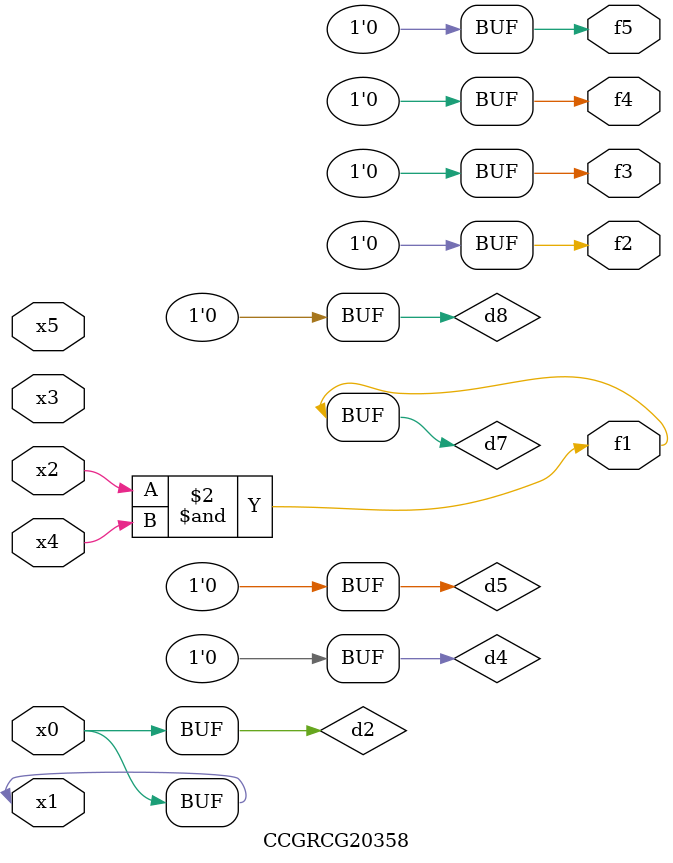
<source format=v>
module CCGRCG20358(
	input x0, x1, x2, x3, x4, x5,
	output f1, f2, f3, f4, f5
);

	wire d1, d2, d3, d4, d5, d6, d7, d8, d9;

	nand (d1, x1);
	buf (d2, x0, x1);
	nand (d3, x2, x4);
	and (d4, d1, d2);
	and (d5, d1, d2);
	nand (d6, d1, d3);
	not (d7, d3);
	xor (d8, d5);
	nor (d9, d5, d6);
	assign f1 = d7;
	assign f2 = d8;
	assign f3 = d8;
	assign f4 = d8;
	assign f5 = d8;
endmodule

</source>
